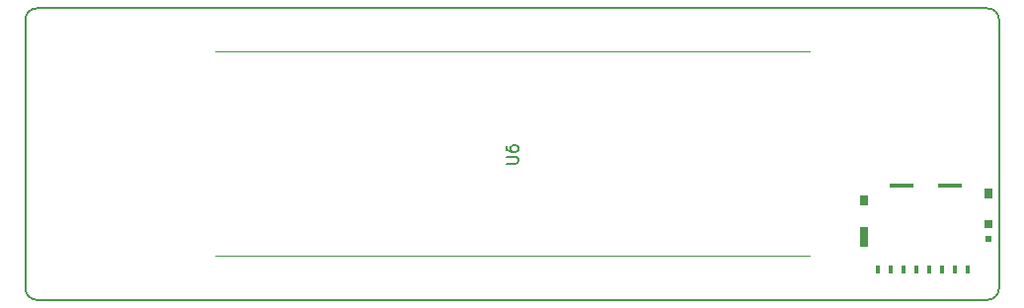
<source format=gtp>
%TF.GenerationSoftware,KiCad,Pcbnew,7.0.9*%
%TF.CreationDate,2024-01-13T12:33:37-06:00*%
%TF.ProjectId,SillyTinySCSI,53696c6c-7954-4696-9e79-534353492e6b,V2.0*%
%TF.SameCoordinates,Original*%
%TF.FileFunction,Paste,Top*%
%TF.FilePolarity,Positive*%
%FSLAX46Y46*%
G04 Gerber Fmt 4.6, Leading zero omitted, Abs format (unit mm)*
G04 Created by KiCad (PCBNEW 7.0.9) date 2024-01-13 12:33:37*
%MOMM*%
%LPD*%
G01*
G04 APERTURE LIST*
%ADD10R,2.037000X0.385000*%
%ADD11R,0.350000X0.700000*%
%ADD12R,0.504000X0.546000*%
%ADD13R,0.735000X0.840000*%
%ADD14R,0.735000X1.673000*%
%ADD15R,0.735000X0.756000*%
%TA.AperFunction,Profile*%
%ADD16C,0.150000*%
%TD*%
%ADD17C,0.150000*%
%ADD18C,0.100000*%
G04 APERTURE END LIST*
D10*
X168115000Y-65455000D03*
X172305000Y-65455000D03*
D11*
X173810000Y-72690000D03*
X172710000Y-72690000D03*
X171610000Y-72690000D03*
X170510000Y-72690000D03*
X169410000Y-72690000D03*
X168310000Y-72690000D03*
X167210000Y-72690000D03*
X166110000Y-72690000D03*
D12*
X175570000Y-70010000D03*
D13*
X164935000Y-66700000D03*
D14*
X164935000Y-69885000D03*
D15*
X175570000Y-68740000D03*
D13*
X175580000Y-66130000D03*
D16*
X176500000Y-51250000D02*
G75*
G03*
X175499999Y-50250000I-1000000J0D01*
G01*
X93000000Y-51250000D02*
X93000000Y-74250001D01*
X94000000Y-50250000D02*
G75*
G03*
X93000000Y-51250000I0J-1000000D01*
G01*
X176499999Y-74249999D02*
X176500000Y-51250000D01*
X92999999Y-74250001D02*
G75*
G03*
X94000000Y-75250001I1000001J1D01*
G01*
X94000000Y-50250000D02*
X175499999Y-50250000D01*
X175499999Y-75249999D02*
X94000000Y-75250001D01*
X175499999Y-75249999D02*
G75*
G03*
X176499999Y-74249999I1J999999D01*
G01*
D17*
X134254819Y-63561904D02*
X135064342Y-63561904D01*
X135064342Y-63561904D02*
X135159580Y-63514285D01*
X135159580Y-63514285D02*
X135207200Y-63466666D01*
X135207200Y-63466666D02*
X135254819Y-63371428D01*
X135254819Y-63371428D02*
X135254819Y-63180952D01*
X135254819Y-63180952D02*
X135207200Y-63085714D01*
X135207200Y-63085714D02*
X135159580Y-63038095D01*
X135159580Y-63038095D02*
X135064342Y-62990476D01*
X135064342Y-62990476D02*
X134254819Y-62990476D01*
X134254819Y-62085714D02*
X134254819Y-62276190D01*
X134254819Y-62276190D02*
X134302438Y-62371428D01*
X134302438Y-62371428D02*
X134350057Y-62419047D01*
X134350057Y-62419047D02*
X134492914Y-62514285D01*
X134492914Y-62514285D02*
X134683390Y-62561904D01*
X134683390Y-62561904D02*
X135064342Y-62561904D01*
X135064342Y-62561904D02*
X135159580Y-62514285D01*
X135159580Y-62514285D02*
X135207200Y-62466666D01*
X135207200Y-62466666D02*
X135254819Y-62371428D01*
X135254819Y-62371428D02*
X135254819Y-62180952D01*
X135254819Y-62180952D02*
X135207200Y-62085714D01*
X135207200Y-62085714D02*
X135159580Y-62038095D01*
X135159580Y-62038095D02*
X135064342Y-61990476D01*
X135064342Y-61990476D02*
X134826247Y-61990476D01*
X134826247Y-61990476D02*
X134731009Y-62038095D01*
X134731009Y-62038095D02*
X134683390Y-62085714D01*
X134683390Y-62085714D02*
X134635771Y-62180952D01*
X134635771Y-62180952D02*
X134635771Y-62371428D01*
X134635771Y-62371428D02*
X134683390Y-62466666D01*
X134683390Y-62466666D02*
X134731009Y-62514285D01*
X134731009Y-62514285D02*
X134826247Y-62561904D01*
D18*
X109297723Y-71457167D02*
X160297723Y-71457167D01*
X109297723Y-53957167D02*
X160297723Y-53957167D01*
M02*

</source>
